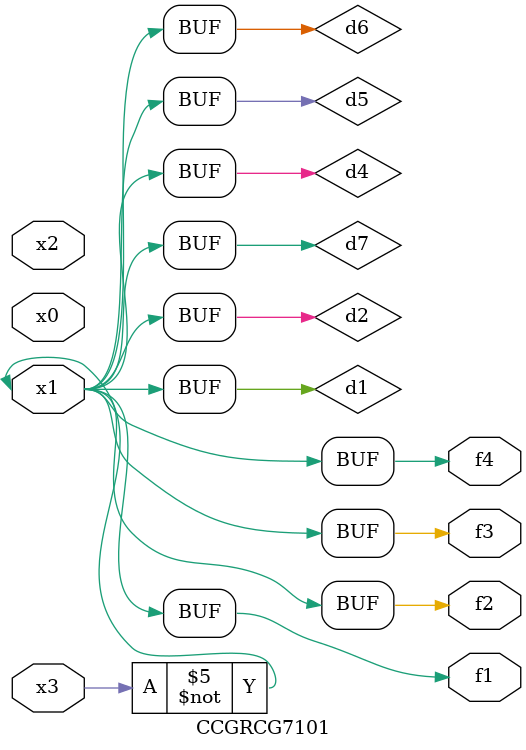
<source format=v>
module CCGRCG7101(
	input x0, x1, x2, x3,
	output f1, f2, f3, f4
);

	wire d1, d2, d3, d4, d5, d6, d7;

	not (d1, x3);
	buf (d2, x1);
	xnor (d3, d1, d2);
	nor (d4, d1);
	buf (d5, d1, d2);
	buf (d6, d4, d5);
	nand (d7, d4);
	assign f1 = d6;
	assign f2 = d7;
	assign f3 = d6;
	assign f4 = d6;
endmodule

</source>
